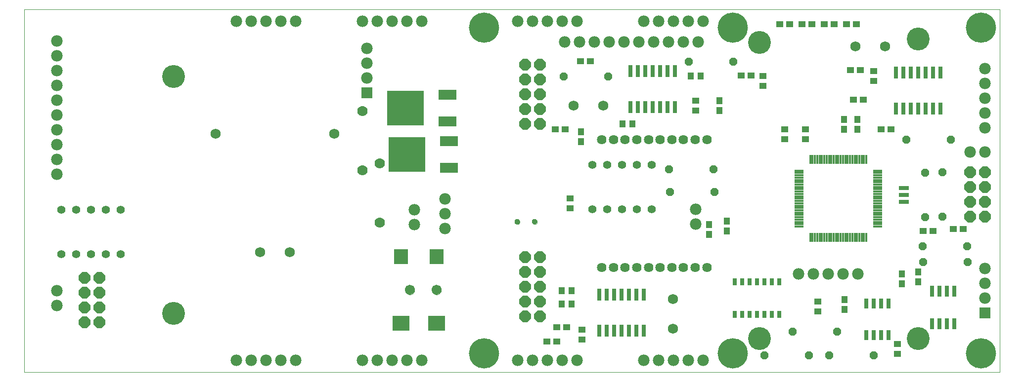
<source format=gts>
G75*
G70*
%OFA0B0*%
%FSLAX24Y24*%
%IPPOS*%
%LPD*%
%AMOC8*
5,1,8,0,0,1.08239X$1,22.5*
%
%ADD10C,0.0000*%
%ADD11R,0.0631X0.0119*%
%ADD12R,0.0119X0.0631*%
%ADD13R,0.0709X0.0316*%
%ADD14R,0.0434X0.0473*%
%ADD15R,0.0473X0.0434*%
%ADD16C,0.0670*%
%ADD17R,0.1142X0.0985*%
%ADD18R,0.0940X0.0985*%
%ADD19R,0.0300X0.0840*%
%ADD20C,0.0690*%
%ADD21OC8,0.0780*%
%ADD22C,0.0780*%
%ADD23R,0.0260X0.0510*%
%ADD24R,0.0300X0.0730*%
%ADD25R,0.0280X0.0650*%
%ADD26OC8,0.0560*%
%ADD27R,0.0780X0.0780*%
%ADD28C,0.0555*%
%ADD29C,0.0375*%
%ADD30C,0.0640*%
%ADD31R,0.2481X0.2323*%
%ADD32R,0.1221X0.0670*%
%ADD33C,0.0700*%
%ADD34C,0.0690*%
%ADD35C,0.2040*%
%ADD36C,0.1542*%
D10*
X000103Y000212D02*
X065853Y000212D01*
X065853Y024712D01*
X000103Y024712D01*
X000103Y000212D01*
X025768Y005752D02*
X025770Y005787D01*
X025776Y005822D01*
X025786Y005856D01*
X025799Y005889D01*
X025816Y005920D01*
X025837Y005948D01*
X025860Y005975D01*
X025887Y005998D01*
X025915Y006019D01*
X025946Y006036D01*
X025979Y006049D01*
X026013Y006059D01*
X026048Y006065D01*
X026083Y006067D01*
X026118Y006065D01*
X026153Y006059D01*
X026187Y006049D01*
X026220Y006036D01*
X026251Y006019D01*
X026279Y005998D01*
X026306Y005975D01*
X026329Y005948D01*
X026350Y005920D01*
X026367Y005889D01*
X026380Y005856D01*
X026390Y005822D01*
X026396Y005787D01*
X026398Y005752D01*
X026396Y005717D01*
X026390Y005682D01*
X026380Y005648D01*
X026367Y005615D01*
X026350Y005584D01*
X026329Y005556D01*
X026306Y005529D01*
X026279Y005506D01*
X026251Y005485D01*
X026220Y005468D01*
X026187Y005455D01*
X026153Y005445D01*
X026118Y005439D01*
X026083Y005437D01*
X026048Y005439D01*
X026013Y005445D01*
X025979Y005455D01*
X025946Y005468D01*
X025915Y005485D01*
X025887Y005506D01*
X025860Y005529D01*
X025837Y005556D01*
X025816Y005584D01*
X025799Y005615D01*
X025786Y005648D01*
X025776Y005682D01*
X025770Y005717D01*
X025768Y005752D01*
X027568Y005752D02*
X027570Y005787D01*
X027576Y005822D01*
X027586Y005856D01*
X027599Y005889D01*
X027616Y005920D01*
X027637Y005948D01*
X027660Y005975D01*
X027687Y005998D01*
X027715Y006019D01*
X027746Y006036D01*
X027779Y006049D01*
X027813Y006059D01*
X027848Y006065D01*
X027883Y006067D01*
X027918Y006065D01*
X027953Y006059D01*
X027987Y006049D01*
X028020Y006036D01*
X028051Y006019D01*
X028079Y005998D01*
X028106Y005975D01*
X028129Y005948D01*
X028150Y005920D01*
X028167Y005889D01*
X028180Y005856D01*
X028190Y005822D01*
X028196Y005787D01*
X028198Y005752D01*
X028196Y005717D01*
X028190Y005682D01*
X028180Y005648D01*
X028167Y005615D01*
X028150Y005584D01*
X028129Y005556D01*
X028106Y005529D01*
X028079Y005506D01*
X028051Y005485D01*
X028020Y005468D01*
X027987Y005455D01*
X027953Y005445D01*
X027918Y005439D01*
X027883Y005437D01*
X027848Y005439D01*
X027813Y005445D01*
X027779Y005455D01*
X027746Y005468D01*
X027715Y005485D01*
X027687Y005506D01*
X027660Y005529D01*
X027637Y005556D01*
X027616Y005584D01*
X027599Y005615D01*
X027586Y005648D01*
X027576Y005682D01*
X027570Y005717D01*
X027568Y005752D01*
X033156Y010352D02*
X033158Y010377D01*
X033164Y010402D01*
X033173Y010426D01*
X033186Y010448D01*
X033203Y010468D01*
X033222Y010485D01*
X033243Y010499D01*
X033267Y010509D01*
X033291Y010516D01*
X033317Y010519D01*
X033342Y010518D01*
X033367Y010513D01*
X033391Y010504D01*
X033414Y010492D01*
X033434Y010477D01*
X033452Y010458D01*
X033467Y010437D01*
X033478Y010414D01*
X033486Y010390D01*
X033490Y010365D01*
X033490Y010339D01*
X033486Y010314D01*
X033478Y010290D01*
X033467Y010267D01*
X033452Y010246D01*
X033434Y010227D01*
X033414Y010212D01*
X033391Y010200D01*
X033367Y010191D01*
X033342Y010186D01*
X033317Y010185D01*
X033291Y010188D01*
X033267Y010195D01*
X033243Y010205D01*
X033222Y010219D01*
X033203Y010236D01*
X033186Y010256D01*
X033173Y010278D01*
X033164Y010302D01*
X033158Y010327D01*
X033156Y010352D01*
X034337Y010352D02*
X034339Y010377D01*
X034345Y010402D01*
X034354Y010426D01*
X034367Y010448D01*
X034384Y010468D01*
X034403Y010485D01*
X034424Y010499D01*
X034448Y010509D01*
X034472Y010516D01*
X034498Y010519D01*
X034523Y010518D01*
X034548Y010513D01*
X034572Y010504D01*
X034595Y010492D01*
X034615Y010477D01*
X034633Y010458D01*
X034648Y010437D01*
X034659Y010414D01*
X034667Y010390D01*
X034671Y010365D01*
X034671Y010339D01*
X034667Y010314D01*
X034659Y010290D01*
X034648Y010267D01*
X034633Y010246D01*
X034615Y010227D01*
X034595Y010212D01*
X034572Y010200D01*
X034548Y010191D01*
X034523Y010186D01*
X034498Y010185D01*
X034472Y010188D01*
X034448Y010195D01*
X034424Y010205D01*
X034403Y010219D01*
X034384Y010236D01*
X034367Y010256D01*
X034354Y010278D01*
X034345Y010302D01*
X034339Y010327D01*
X034337Y010352D01*
D11*
X052335Y010347D03*
X052335Y010504D03*
X052335Y010662D03*
X052335Y010819D03*
X052335Y010977D03*
X052335Y011134D03*
X052335Y011292D03*
X052335Y011449D03*
X052335Y011607D03*
X052335Y011764D03*
X052335Y011922D03*
X052335Y012079D03*
X052335Y012237D03*
X052335Y012394D03*
X052335Y012552D03*
X052335Y012709D03*
X052335Y012867D03*
X052335Y013024D03*
X052335Y013181D03*
X052335Y013339D03*
X052335Y013496D03*
X052335Y013654D03*
X052335Y013811D03*
X057611Y013811D03*
X057611Y013654D03*
X057611Y013496D03*
X057611Y013339D03*
X057611Y013181D03*
X057611Y013024D03*
X057611Y012867D03*
X057611Y012709D03*
X057611Y012552D03*
X057611Y012394D03*
X057611Y012237D03*
X057611Y012079D03*
X057611Y011922D03*
X057611Y011764D03*
X057611Y011607D03*
X057611Y011449D03*
X057611Y011292D03*
X057611Y011134D03*
X057611Y010977D03*
X057611Y010819D03*
X057611Y010662D03*
X057611Y010504D03*
X057611Y010347D03*
X057611Y010189D03*
X057611Y010032D03*
X052335Y010032D03*
X052335Y010189D03*
D12*
X053083Y009284D03*
X053241Y009284D03*
X053398Y009284D03*
X053556Y009284D03*
X053713Y009284D03*
X053871Y009284D03*
X054028Y009284D03*
X054186Y009284D03*
X054343Y009284D03*
X054501Y009284D03*
X054658Y009284D03*
X054816Y009284D03*
X054973Y009284D03*
X055131Y009284D03*
X055288Y009284D03*
X055446Y009284D03*
X055603Y009284D03*
X055761Y009284D03*
X055918Y009284D03*
X056076Y009284D03*
X056233Y009284D03*
X056391Y009284D03*
X056548Y009284D03*
X056706Y009284D03*
X056863Y009284D03*
X056863Y014559D03*
X056706Y014559D03*
X056548Y014559D03*
X056391Y014559D03*
X056233Y014559D03*
X056076Y014559D03*
X055918Y014559D03*
X055761Y014559D03*
X055603Y014559D03*
X055446Y014559D03*
X055288Y014559D03*
X055131Y014559D03*
X054973Y014559D03*
X054816Y014559D03*
X054658Y014559D03*
X054501Y014559D03*
X054343Y014559D03*
X054186Y014559D03*
X054028Y014559D03*
X053871Y014559D03*
X053713Y014559D03*
X053556Y014559D03*
X053398Y014559D03*
X053241Y014559D03*
X053083Y014559D03*
D13*
X059403Y012634D03*
X059403Y012162D03*
X059403Y011689D03*
D14*
X047453Y010386D03*
X047453Y009717D03*
X046273Y009487D03*
X046273Y010156D03*
X036988Y005712D03*
X036319Y005712D03*
X036319Y004812D03*
X036988Y004812D03*
X055393Y005106D03*
X055393Y004437D03*
X059253Y006177D03*
X060373Y006297D03*
X059253Y006846D03*
X060373Y006966D03*
X037613Y015767D03*
X037613Y016436D03*
X040439Y016972D03*
X041108Y016972D03*
X046953Y017877D03*
X046953Y018546D03*
X045688Y020212D03*
X045019Y020212D03*
X055373Y017276D03*
X056263Y017266D03*
X056263Y016597D03*
X055373Y016607D03*
D15*
X057849Y016612D03*
X058518Y016612D03*
X056668Y018592D03*
X055999Y018592D03*
X057353Y019877D03*
X057353Y020546D03*
X056468Y020612D03*
X055799Y020612D03*
X049883Y020196D03*
X049108Y020222D03*
X048439Y020222D03*
X049883Y019527D03*
X045353Y018546D03*
X045353Y017877D03*
X051373Y016586D03*
X051373Y015917D03*
X052773Y015917D03*
X052773Y016586D03*
X038248Y021212D03*
X037579Y021212D03*
X036558Y016602D03*
X035889Y016602D03*
X036893Y011926D03*
X036893Y011257D03*
X053593Y004956D03*
X053593Y004287D03*
X058963Y002096D03*
X058963Y001427D03*
X037703Y002407D03*
X035998Y002272D03*
X035329Y002272D03*
X037703Y003076D03*
X036648Y003242D03*
X035979Y003242D03*
X060679Y009722D03*
X061348Y009722D03*
X062739Y009852D03*
X063408Y009852D03*
X056188Y023712D03*
X055519Y023712D03*
X054688Y023712D03*
X054019Y023712D03*
X053188Y023712D03*
X052519Y023712D03*
X051688Y023712D03*
X051019Y023712D03*
D16*
X027883Y005752D03*
X026083Y005752D03*
D17*
X025482Y003508D03*
X027883Y003508D03*
D18*
X027883Y007996D03*
X025482Y007996D03*
D19*
X038853Y005422D03*
X039353Y005422D03*
X039853Y005422D03*
X040353Y005422D03*
X040853Y005422D03*
X041353Y005422D03*
X041853Y005422D03*
X041853Y003002D03*
X041353Y003002D03*
X040853Y003002D03*
X040353Y003002D03*
X039853Y003002D03*
X039353Y003002D03*
X038853Y003002D03*
X040973Y018112D03*
X041473Y018112D03*
X041973Y018112D03*
X042473Y018112D03*
X042973Y018112D03*
X043473Y018112D03*
X043973Y018112D03*
X043973Y020532D03*
X043473Y020532D03*
X042973Y020532D03*
X042473Y020532D03*
X041973Y020532D03*
X041473Y020532D03*
X040973Y020532D03*
X058853Y020422D03*
X059353Y020422D03*
X059853Y020422D03*
X060353Y020422D03*
X060853Y020422D03*
X061353Y020422D03*
X061853Y020422D03*
X061853Y018002D03*
X061353Y018002D03*
X060853Y018002D03*
X060353Y018002D03*
X059853Y018002D03*
X059353Y018002D03*
X058853Y018002D03*
D20*
X058113Y022192D03*
X056113Y022192D03*
X039123Y018212D03*
X037123Y018212D03*
X043823Y005132D03*
X043823Y003132D03*
D21*
X034853Y003962D03*
X033853Y003962D03*
X033853Y004962D03*
X034853Y004962D03*
X034853Y005962D03*
X033853Y005962D03*
X033853Y006962D03*
X034853Y006962D03*
X034853Y007962D03*
X033853Y007962D03*
X033853Y016962D03*
X034853Y016962D03*
X034853Y017962D03*
X033853Y017962D03*
X033853Y018962D03*
X034853Y018962D03*
X034853Y019962D03*
X033853Y019962D03*
X033853Y020962D03*
X034853Y020962D03*
X063853Y013712D03*
X064853Y013712D03*
X064853Y012712D03*
X063853Y012712D03*
X063853Y011712D03*
X064853Y011712D03*
X064853Y010712D03*
X063853Y010712D03*
X005163Y006572D03*
X004163Y006572D03*
X004163Y005572D03*
X005163Y005572D03*
X005163Y004572D03*
X004163Y004572D03*
X004163Y003572D03*
X005163Y003572D03*
D22*
X002293Y004692D03*
X002293Y005692D03*
X014393Y001012D03*
X015393Y001012D03*
X016393Y001012D03*
X017393Y001012D03*
X018393Y001012D03*
X022893Y001012D03*
X023893Y001012D03*
X024893Y001012D03*
X025893Y001012D03*
X026893Y001012D03*
X033353Y001012D03*
X034353Y001012D03*
X035353Y001012D03*
X036353Y001012D03*
X037353Y001012D03*
X041853Y001012D03*
X042853Y001012D03*
X043853Y001012D03*
X044853Y001012D03*
X045853Y001012D03*
X052303Y006832D03*
X053303Y006832D03*
X054303Y006832D03*
X055303Y006832D03*
X056303Y006832D03*
X064853Y007212D03*
X064853Y006212D03*
X064853Y005212D03*
X045353Y010212D03*
X045353Y011212D03*
X028443Y010912D03*
X026393Y011152D03*
X028443Y011912D03*
X026393Y010152D03*
X028443Y009912D03*
X002303Y013562D03*
X002303Y014562D03*
X002303Y015562D03*
X002303Y016562D03*
X002303Y017562D03*
X002303Y018562D03*
X002303Y019562D03*
X002303Y020562D03*
X002303Y021562D03*
X002303Y022562D03*
X014393Y023912D03*
X015393Y023912D03*
X016393Y023912D03*
X017393Y023912D03*
X018393Y023912D03*
X022893Y023912D03*
X023893Y023912D03*
X024893Y023912D03*
X025893Y023912D03*
X026893Y023912D03*
X023203Y022082D03*
X023203Y021082D03*
X023203Y020082D03*
X033353Y023912D03*
X034353Y023912D03*
X035353Y023912D03*
X036353Y023912D03*
X037353Y023912D03*
X037513Y022512D03*
X038513Y022512D03*
X039513Y022512D03*
X040513Y022512D03*
X041513Y022512D03*
X042513Y022512D03*
X043513Y022512D03*
X044513Y022512D03*
X045513Y022512D03*
X045853Y023912D03*
X044853Y023912D03*
X043853Y023912D03*
X042853Y023912D03*
X041853Y023912D03*
X036513Y022512D03*
X063863Y015072D03*
X064863Y015072D03*
X064853Y016712D03*
X064853Y017712D03*
X064853Y018712D03*
X064853Y019712D03*
X064853Y020712D03*
D23*
X050983Y006292D03*
X050483Y006292D03*
X049983Y006292D03*
X049483Y006292D03*
X048983Y006292D03*
X048483Y006292D03*
X047983Y006292D03*
X047983Y004092D03*
X048483Y004092D03*
X048983Y004092D03*
X049483Y004092D03*
X049983Y004092D03*
X050483Y004092D03*
X050983Y004092D03*
D24*
X061293Y003452D03*
X061793Y003452D03*
X062293Y003452D03*
X062793Y003452D03*
X062793Y005652D03*
X062293Y005652D03*
X061793Y005652D03*
X061293Y005652D03*
D25*
X058353Y004842D03*
X057853Y004842D03*
X057353Y004842D03*
X056853Y004842D03*
X056853Y002712D03*
X057353Y002712D03*
X057853Y002712D03*
X058353Y002712D03*
D26*
X057363Y001322D03*
X054363Y001322D03*
X053003Y001322D03*
X050003Y001322D03*
X051903Y002942D03*
X054903Y002942D03*
X060693Y007632D03*
X060653Y008702D03*
X063653Y008702D03*
X063693Y007632D03*
X060833Y010662D03*
X062003Y010702D03*
X060833Y013662D03*
X062003Y013702D03*
X062543Y015912D03*
X059543Y015912D03*
X046573Y013892D03*
X043573Y013892D03*
X043613Y012372D03*
X046613Y012372D03*
X039463Y020172D03*
X036463Y020172D03*
X044903Y021172D03*
X047903Y021172D03*
D27*
X023203Y019082D03*
X064853Y004212D03*
D28*
X042393Y011192D03*
X041393Y011192D03*
X040393Y011192D03*
X039393Y011192D03*
X038393Y011192D03*
X038393Y014192D03*
X039393Y014192D03*
X040393Y014192D03*
X041393Y014192D03*
X042393Y014192D03*
X006593Y011162D03*
X005593Y011162D03*
X004593Y011162D03*
X003593Y011162D03*
X002593Y011162D03*
X002593Y008162D03*
X003593Y008162D03*
X004593Y008162D03*
X005593Y008162D03*
X006593Y008162D03*
D29*
X033323Y010352D03*
X034504Y010352D03*
D30*
X039031Y007251D03*
X039818Y007251D03*
X040605Y007251D03*
X041393Y007251D03*
X042180Y007251D03*
X042968Y007251D03*
X043755Y007251D03*
X044542Y007251D03*
X045330Y007251D03*
X046117Y007251D03*
X046117Y015912D03*
X045330Y015912D03*
X044542Y015912D03*
X043755Y015912D03*
X042968Y015912D03*
X042180Y015912D03*
X041393Y015912D03*
X040605Y015912D03*
X039818Y015912D03*
X039031Y015912D03*
D31*
X025906Y014912D03*
X025796Y018022D03*
D32*
X028623Y018919D03*
X028623Y017124D03*
X028733Y015809D03*
X028733Y014014D03*
D33*
X024063Y014302D03*
X022903Y013832D03*
X024063Y010302D03*
X022903Y017832D03*
D34*
X020983Y016292D03*
X012983Y016292D03*
X015983Y008292D03*
X017983Y008292D03*
D35*
X031103Y001462D03*
X047853Y001462D03*
X064603Y001462D03*
X064603Y023462D03*
X047853Y023462D03*
X031103Y023462D03*
D36*
X049653Y022462D03*
X060353Y022712D03*
X010143Y020152D03*
X010143Y004152D03*
X049653Y002462D03*
X060353Y002462D03*
M02*

</source>
